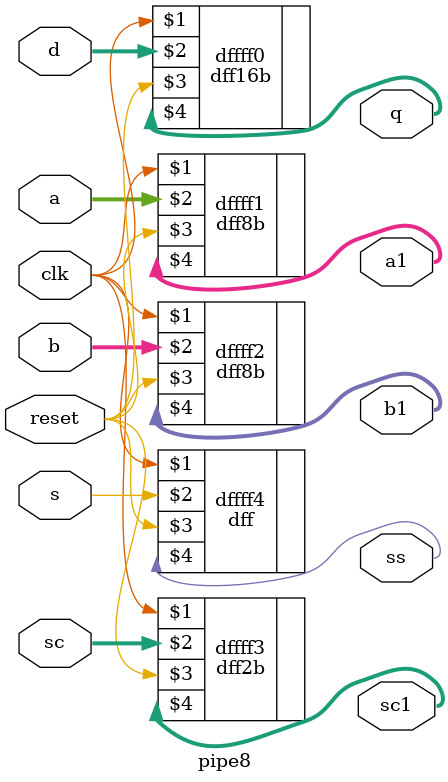
<source format=v>
`include "dff8b.v"
`include "dff16b.v"
`include "dff2b.v"
`include "dff.v"


module pipe8(clk,a,b,sc,d,s,reset,a1,b1,sc1,q,ss);
input[15:0] d;
input[7:0] a,b;
input[1:0] sc;
input s,clk,reset;
output[15:0] q;
output[7:0] a1,b1;
output[1:0] sc1;
output ss;

dff16b dffff0(clk,d,reset,q);
dff8b  dffff1(clk,a,reset,a1);
dff8b  dffff2(clk,b,reset,b1);
dff2b  dffff3(clk,sc,reset,sc1);
dff    dffff4(clk,s,reset,ss);

endmodule
</source>
